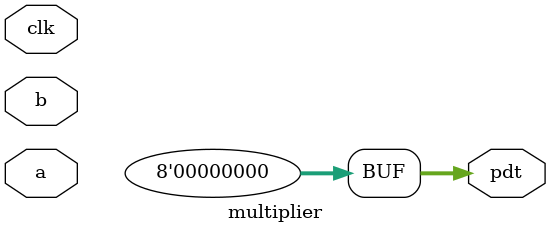
<source format=v>


// Verification Directory fv/multiplier 

module multiplier(a, b, clk, pdt);
  input [3:0] a, b;
  input clk;
  output [7:0] pdt;
  wire [3:0] a, b;
  wire clk;
  wire [7:0] pdt;
  assign pdt[0] = 1'b0;
  assign pdt[1] = 1'b0;
  assign pdt[2] = 1'b0;
  assign pdt[3] = 1'b0;
  assign pdt[4] = 1'b0;
  assign pdt[5] = 1'b0;
  assign pdt[6] = 1'b0;
  assign pdt[7] = 1'b0;
endmodule


</source>
